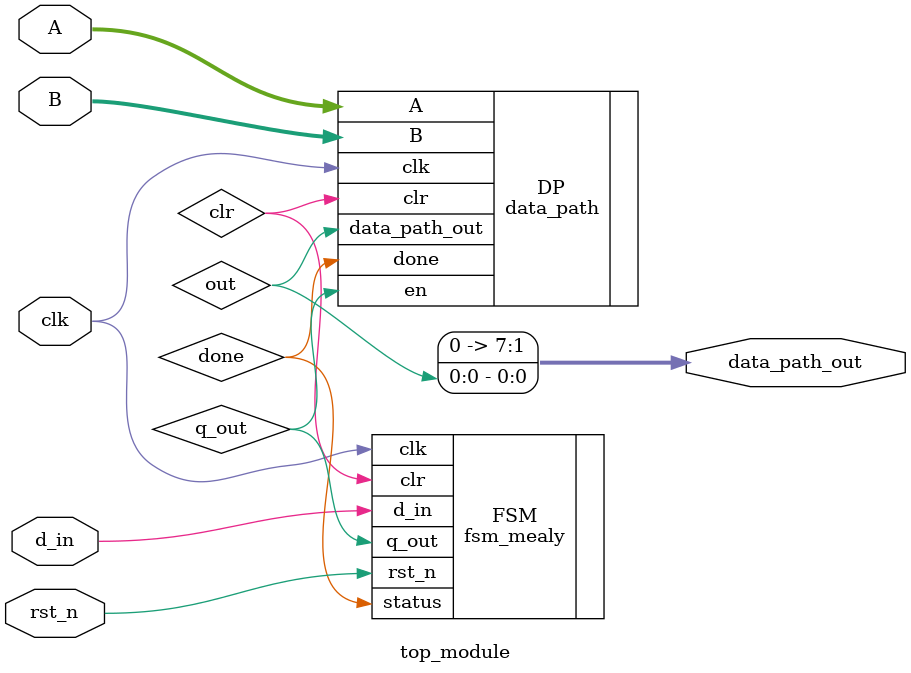
<source format=v>
`timescale 1ns / 1ps
module top_module(
    input d_in, rst_n, clk, 
    input [3:0]A,B,
    output [7:0]data_path_out 
    );
    wire out;
    assign data_path_out=out;
    
    fsm_mealy FSM(.d_in(d_in), .rst_n(rst_n), .clk(clk),.status(done), .q_out(q_out), .clr(clr));
    data_path DP(.en(q_out),.clk(clk), .clr(clr), .A(A), .B(B), .done(done), .data_path_out(out) );
    
    
endmodule 

</source>
